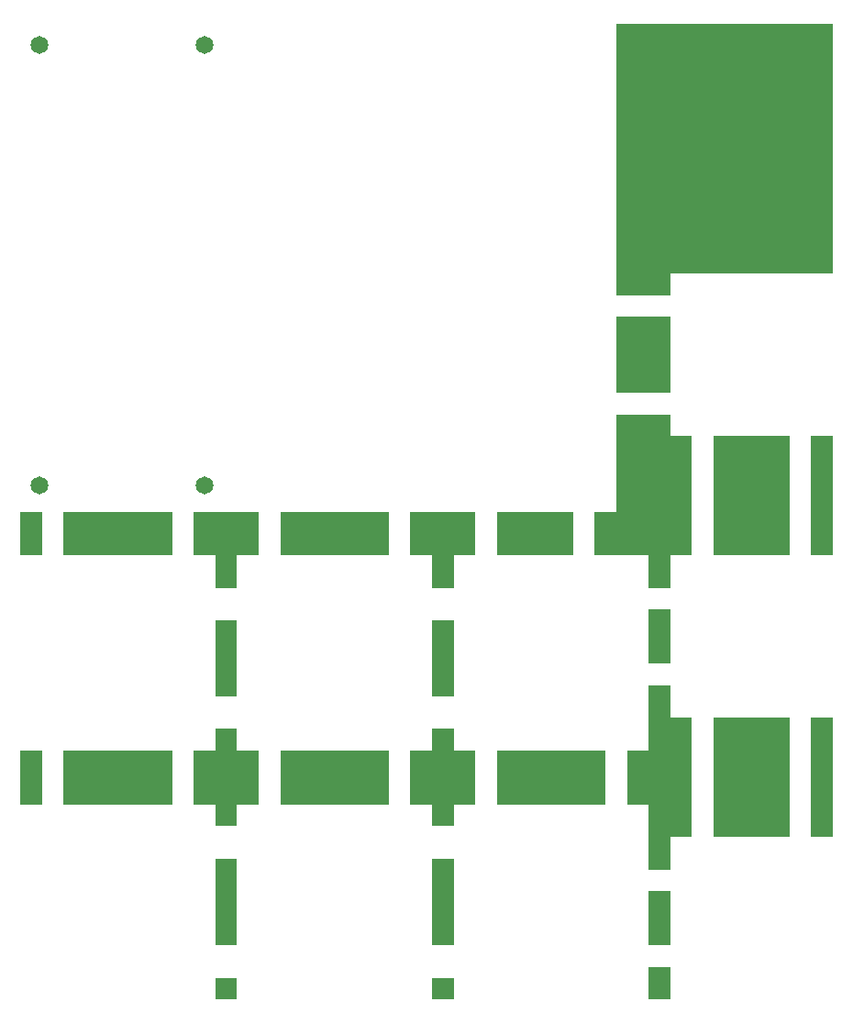
<source format=gbr>
%TF.GenerationSoftware,Altium Limited,Altium Designer,24.3.1 (35)*%
G04 Layer_Color=0*
%FSLAX45Y45*%
%MOMM*%
%TF.SameCoordinates,065391E9-2A1D-4ECE-AA0D-878B158C5FC5*%
%TF.FilePolarity,Positive*%
%TF.FileFunction,NonPlated,1,2,NPTH,Drill*%
%TF.Part,CustomerPanel*%
G01*
G75*
%TA.AperFunction,ComponentDrill*%
%ADD57C,1.65100*%
G36*
X5500000Y6300000D02*
X6000000D01*
Y5600000D01*
X5500000D01*
Y6300000D01*
D02*
G37*
G36*
Y5400000D02*
X6000000D01*
Y5200000D01*
X5500000D01*
Y5400000D01*
D02*
G37*
G36*
Y6700000D02*
X6000000D01*
Y6500000D01*
X5500000D01*
Y6700000D01*
D02*
G37*
G36*
X7300000Y5200000D02*
Y4100000D01*
X7500000D01*
Y5200000D01*
X7300000D01*
D02*
G37*
G36*
X5500000D02*
Y4100000D01*
X6200000D01*
Y5200000D01*
X5500000D01*
D02*
G37*
G36*
X6400000D02*
X7100000D01*
Y4100000D01*
X6400000D01*
Y5200000D01*
D02*
G37*
G36*
X5499960Y9000000D02*
X7500000D01*
Y6700000D01*
X5499960D01*
Y9000000D01*
D02*
G37*
G36*
X6400000Y2600000D02*
X7100000D01*
Y1500000D01*
X6400000D01*
Y2600000D01*
D02*
G37*
G36*
X5800000Y300000D02*
X6000000D01*
Y0D01*
X5800000D01*
Y300000D01*
D02*
G37*
G36*
Y1500000D02*
X6000000D01*
Y1200000D01*
X5800000D01*
Y1500000D01*
D02*
G37*
G36*
Y1000000D02*
X6000000D01*
Y500000D01*
X5800000D01*
Y1000000D01*
D02*
G37*
G36*
Y3600000D02*
X6000000D01*
Y3100000D01*
X5800000D01*
Y3600000D01*
D02*
G37*
G36*
Y2900000D02*
X6000000D01*
Y2600000D01*
X5800000D01*
Y2900000D01*
D02*
G37*
G36*
Y4100000D02*
X6000000D01*
Y3800000D01*
X5800000D01*
Y4100000D01*
D02*
G37*
G36*
X3800000Y200000D02*
X4000000D01*
Y0D01*
X3800000D01*
Y200000D01*
D02*
G37*
G36*
X1800000D02*
X2000000D01*
Y0D01*
X1800000D01*
Y200000D01*
D02*
G37*
G36*
X3800000Y1300000D02*
X4000000D01*
Y500000D01*
X3800000D01*
Y1300000D01*
D02*
G37*
G36*
Y3500000D02*
X4000000D01*
Y2800000D01*
X3800000D01*
Y3500000D01*
D02*
G37*
G36*
X1800000Y1300000D02*
X2000000D01*
Y500000D01*
X1800000D01*
Y1300000D01*
D02*
G37*
G36*
Y3500000D02*
X2000000D01*
Y2800000D01*
X1800000D01*
Y3500000D01*
D02*
G37*
G36*
X5800000Y2600000D02*
Y1500000D01*
X6200000D01*
Y2600000D01*
X5800000D01*
D02*
G37*
G36*
X7300000D02*
Y1500000D01*
X7500000D01*
Y2600000D01*
X7300000D01*
D02*
G37*
G36*
X0Y4500000D02*
X200000D01*
Y4100000D01*
X0D01*
Y4500000D01*
D02*
G37*
G36*
X1800000D02*
X2000000D01*
Y3800000D01*
X1800000D01*
Y4500000D01*
D02*
G37*
G36*
X400000D02*
Y4100000D01*
X1400000D01*
Y4500000D01*
X400000D01*
D02*
G37*
G36*
X1800000D02*
X1600000D01*
Y4100000D01*
X1800000D01*
Y4500000D01*
D02*
G37*
G36*
X3800000D02*
X3600000D01*
Y4100000D01*
X3800000D01*
Y4500000D01*
D02*
G37*
G36*
X2400000D02*
Y4100000D01*
X3400000D01*
Y4500000D01*
X2400000D01*
D02*
G37*
G36*
X2000000D02*
X2200000D01*
Y4100000D01*
X2000000D01*
Y4500000D01*
D02*
G37*
G36*
X5500000D02*
X5300000D01*
Y4100000D01*
X5500000D01*
Y4500000D01*
D02*
G37*
G36*
X4400000D02*
Y4100000D01*
X5100000D01*
Y4500000D01*
X4400000D01*
D02*
G37*
G36*
X4000000D02*
X4200000D01*
Y4100000D01*
X4000000D01*
Y4500000D01*
D02*
G37*
G36*
X3800000D02*
X4000000D01*
Y3800000D01*
X3800000D01*
Y4500000D01*
D02*
G37*
G36*
Y2500000D02*
X4000000D01*
Y1600000D01*
X3800000D01*
Y2500000D01*
D02*
G37*
G36*
X4000000Y2300000D02*
X4200000D01*
Y1800000D01*
X4000000D01*
Y2300000D01*
D02*
G37*
G36*
X4400000D02*
Y1800000D01*
X5400000D01*
Y2300000D01*
X4400000D01*
D02*
G37*
G36*
X5800000D02*
X5600000D01*
Y1800000D01*
X5800000D01*
Y2300000D01*
D02*
G37*
G36*
X2000000D02*
X2200000D01*
Y1800000D01*
X2000000D01*
Y2300000D01*
D02*
G37*
G36*
X2400000D02*
Y1800000D01*
X3400000D01*
Y2300000D01*
X2400000D01*
D02*
G37*
G36*
X3800000D02*
X3600000D01*
Y1800000D01*
X3800000D01*
Y2300000D01*
D02*
G37*
G36*
X1800000Y2500000D02*
X2000000D01*
Y1600000D01*
X1800000D01*
Y2500000D01*
D02*
G37*
G36*
Y2300000D02*
X1600000D01*
Y1800000D01*
X1800000D01*
Y2300000D01*
D02*
G37*
G36*
X400000D02*
Y1800000D01*
X1400000D01*
Y2300000D01*
X400000D01*
D02*
G37*
G36*
X0D02*
X200000D01*
Y1800000D01*
X0D01*
Y2300000D01*
D02*
G37*
D57*
X1701800Y8806001D02*
D03*
X177800D02*
D03*
Y4742001D02*
D03*
X1701800D02*
D03*
%TF.MD5,6fca7b1501ebfbfb1cbf20c0ee745cdf*%
M02*

</source>
